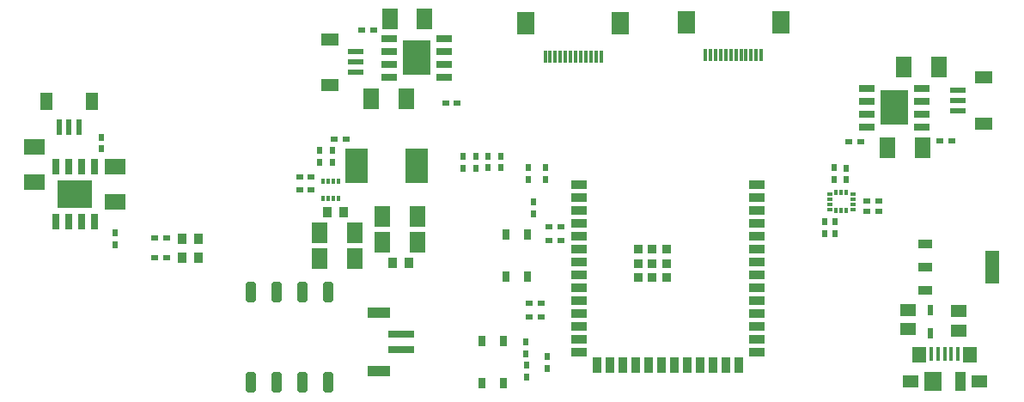
<source format=gbr>
%TF.GenerationSoftware,Altium Limited,Altium Designer,21.7.2 (23)*%
G04 Layer_Color=8421504*
%FSLAX25Y25*%
%MOIN*%
%TF.SameCoordinates,95A22525-32A0-4EEE-A0C0-36F8BD1EB9D1*%
%TF.FilePolarity,Positive*%
%TF.FileFunction,Paste,Top*%
%TF.Part,Single*%
G01*
G75*
%TA.AperFunction,SMDPad,CuDef*%
%ADD10R,0.02362X0.02500*%
%ADD11R,0.02500X0.02362*%
%ADD12R,0.03800X0.03937*%
%ADD13R,0.09055X0.13780*%
%ADD14R,0.02559X0.04134*%
%ADD15R,0.05906X0.04500*%
%ADD16R,0.01968X0.04232*%
%TA.AperFunction,ConnectorPad*%
%ADD17R,0.01772X0.05433*%
%ADD18R,0.05610X0.06102*%
%ADD19R,0.06496X0.05118*%
%ADD20R,0.07087X0.07480*%
%ADD21R,0.03937X0.07480*%
%TA.AperFunction,SMDPad,CuDef*%
%ADD22R,0.01181X0.02362*%
%ADD23R,0.02362X0.01181*%
%ADD24R,0.06299X0.02362*%
%ADD25R,0.07087X0.04724*%
%ADD26R,0.06000X0.07874*%
%ADD27R,0.10669X0.13386*%
%ADD28R,0.06004X0.02559*%
%ADD29R,0.13386X0.10669*%
%ADD30R,0.02559X0.06004*%
%ADD31R,0.07874X0.06000*%
%ADD32R,0.01181X0.01870*%
%ADD33R,0.09055X0.04331*%
%ADD34R,0.09843X0.02756*%
G04:AMPARAMS|DCode=35|XSize=39.37mil|YSize=78.74mil|CornerRadius=9.84mil|HoleSize=0mil|Usage=FLASHONLY|Rotation=0.000|XOffset=0mil|YOffset=0mil|HoleType=Round|Shape=RoundedRectangle|*
%AMROUNDEDRECTD35*
21,1,0.03937,0.05906,0,0,0.0*
21,1,0.01968,0.07874,0,0,0.0*
1,1,0.01968,0.00984,-0.02953*
1,1,0.01968,-0.00984,-0.02953*
1,1,0.01968,-0.00984,0.02953*
1,1,0.01968,0.00984,0.02953*
%
%ADD35ROUNDEDRECTD35*%
%ADD36R,0.05906X0.03543*%
%ADD37R,0.03543X0.05906*%
%TA.AperFunction,BGAPad,CuDef*%
%ADD38R,0.03543X0.03543*%
%TA.AperFunction,ConnectorPad*%
%ADD39R,0.07087X0.08661*%
%ADD40R,0.01181X0.05118*%
%TA.AperFunction,SMDPad,CuDef*%
%ADD41R,0.05709X0.12795*%
%ADD42R,0.05709X0.03740*%
%ADD43R,0.04724X0.07087*%
%ADD44R,0.02362X0.06299*%
D10*
X101870Y65220D02*
D03*
Y69820D02*
D03*
X263976Y81962D02*
D03*
Y77362D02*
D03*
X261221Y27533D02*
D03*
Y22933D02*
D03*
X261319Y13842D02*
D03*
Y18442D02*
D03*
X268701Y95250D02*
D03*
Y90650D02*
D03*
X269291Y21788D02*
D03*
Y17188D02*
D03*
X381004Y74347D02*
D03*
Y69747D02*
D03*
X376969Y74347D02*
D03*
Y69747D02*
D03*
X380709Y90515D02*
D03*
Y95115D02*
D03*
X385433Y90417D02*
D03*
Y95016D02*
D03*
X96457Y102424D02*
D03*
Y107024D02*
D03*
X186221Y101906D02*
D03*
Y97306D02*
D03*
X181102D02*
D03*
Y101906D02*
D03*
X236811Y95079D02*
D03*
Y99679D02*
D03*
X241634Y95079D02*
D03*
Y99679D02*
D03*
X246457Y95141D02*
D03*
Y99741D02*
D03*
X251279Y95141D02*
D03*
Y99741D02*
D03*
X262205Y90712D02*
D03*
Y95312D02*
D03*
D11*
X386479Y105315D02*
D03*
X391079D02*
D03*
X234547Y120177D02*
D03*
X229947D02*
D03*
X270042Y72146D02*
D03*
X274642D02*
D03*
X274606Y66929D02*
D03*
X270006D02*
D03*
X393468Y82382D02*
D03*
X398068D02*
D03*
X393468Y78347D02*
D03*
X398068D02*
D03*
X421778Y105512D02*
D03*
X426378D02*
D03*
X201942Y148425D02*
D03*
X197343D02*
D03*
X186676Y106299D02*
D03*
X191276D02*
D03*
X173291Y91732D02*
D03*
X177891D02*
D03*
X173291Y86614D02*
D03*
X177891D02*
D03*
X121690Y60138D02*
D03*
X117090D02*
D03*
X121653Y67815D02*
D03*
X117053D02*
D03*
X262402Y37106D02*
D03*
X267002D02*
D03*
X266965Y42520D02*
D03*
X262365D02*
D03*
D12*
X134007Y60236D02*
D03*
X127607D02*
D03*
X134204Y67716D02*
D03*
X127804D02*
D03*
X215798Y58268D02*
D03*
X209398D02*
D03*
X184151Y77953D02*
D03*
X190551D02*
D03*
D13*
X218898Y96063D02*
D03*
X195276D02*
D03*
D14*
X244094Y11614D02*
D03*
Y27953D02*
D03*
X252559Y11614D02*
D03*
Y27953D02*
D03*
X253248Y52953D02*
D03*
Y69291D02*
D03*
X261713Y52953D02*
D03*
Y69291D02*
D03*
D15*
X429134Y32027D02*
D03*
Y39627D02*
D03*
X409449Y32421D02*
D03*
Y40020D02*
D03*
D16*
X418110Y30858D02*
D03*
Y40008D02*
D03*
D17*
X418504Y22795D02*
D03*
X421063D02*
D03*
X423622D02*
D03*
X426181D02*
D03*
X428740D02*
D03*
D18*
X413831Y22461D02*
D03*
X433413D02*
D03*
D19*
X410335Y12323D02*
D03*
X436909D02*
D03*
D20*
X419095D02*
D03*
D21*
X429724D02*
D03*
D22*
X381496Y85532D02*
D03*
X383465D02*
D03*
X385433D02*
D03*
Y78445D02*
D03*
X383465D02*
D03*
X381496D02*
D03*
D23*
X387992Y84941D02*
D03*
Y82972D02*
D03*
Y81004D02*
D03*
Y79035D02*
D03*
X378937D02*
D03*
Y81004D02*
D03*
Y82972D02*
D03*
Y84941D02*
D03*
D24*
X428740Y117323D02*
D03*
Y125197D02*
D03*
Y121260D02*
D03*
X194980Y140157D02*
D03*
Y132283D02*
D03*
Y136221D02*
D03*
D25*
X438583Y112402D02*
D03*
Y130118D02*
D03*
X185138Y145079D02*
D03*
Y127362D02*
D03*
D26*
X407767Y134252D02*
D03*
X421367D02*
D03*
X415068Y102756D02*
D03*
X401468D02*
D03*
X208259Y152756D02*
D03*
X221859D02*
D03*
X214772Y122047D02*
D03*
X201172D02*
D03*
X180995Y59842D02*
D03*
X194595D02*
D03*
X180995Y70079D02*
D03*
X194595D02*
D03*
X219005Y76378D02*
D03*
X205405D02*
D03*
X219005Y66142D02*
D03*
X205405D02*
D03*
D27*
X403937Y118504D02*
D03*
X218602Y137795D02*
D03*
D28*
X414614Y126004D02*
D03*
Y121004D02*
D03*
Y116004D02*
D03*
Y111004D02*
D03*
X393260D02*
D03*
Y116004D02*
D03*
Y121004D02*
D03*
Y126004D02*
D03*
X207925Y130295D02*
D03*
Y135295D02*
D03*
Y140295D02*
D03*
Y145295D02*
D03*
X229279D02*
D03*
Y140295D02*
D03*
Y135295D02*
D03*
Y130295D02*
D03*
D29*
X86221Y85039D02*
D03*
D30*
X78720Y95717D02*
D03*
X83720D02*
D03*
X88721D02*
D03*
X93721D02*
D03*
Y74362D02*
D03*
X88721D02*
D03*
X83720D02*
D03*
X78720D02*
D03*
D31*
X70472Y89657D02*
D03*
Y103257D02*
D03*
X101575Y95669D02*
D03*
Y82069D02*
D03*
D32*
X182480Y89913D02*
D03*
X184449D02*
D03*
X186417D02*
D03*
X188386D02*
D03*
Y83315D02*
D03*
X186417D02*
D03*
X184449D02*
D03*
X182480D02*
D03*
D33*
X203937Y38976D02*
D03*
Y16142D02*
D03*
D34*
X212598Y24606D02*
D03*
Y30512D02*
D03*
D35*
X154291Y47028D02*
D03*
X164291D02*
D03*
X174291D02*
D03*
X184291D02*
D03*
Y12028D02*
D03*
X174291D02*
D03*
X164291D02*
D03*
X154291D02*
D03*
D36*
X281693Y88425D02*
D03*
Y83425D02*
D03*
Y78425D02*
D03*
Y73425D02*
D03*
Y68425D02*
D03*
Y63425D02*
D03*
Y58425D02*
D03*
Y53425D02*
D03*
Y48425D02*
D03*
Y43425D02*
D03*
Y38425D02*
D03*
Y33425D02*
D03*
Y28425D02*
D03*
Y23425D02*
D03*
X350590D02*
D03*
Y28425D02*
D03*
Y33425D02*
D03*
Y38425D02*
D03*
Y43425D02*
D03*
Y48425D02*
D03*
Y53425D02*
D03*
Y58425D02*
D03*
Y63425D02*
D03*
Y68425D02*
D03*
Y73425D02*
D03*
Y78425D02*
D03*
Y83425D02*
D03*
Y88425D02*
D03*
D37*
X288642Y18504D02*
D03*
X293642D02*
D03*
X298642D02*
D03*
X303642D02*
D03*
X308642D02*
D03*
X313642D02*
D03*
X318642D02*
D03*
X323642D02*
D03*
X328642D02*
D03*
X333642D02*
D03*
X338642D02*
D03*
X343642D02*
D03*
D38*
X310236Y58031D02*
D03*
X304724Y63543D02*
D03*
Y58031D02*
D03*
Y52520D02*
D03*
X310236D02*
D03*
X315748D02*
D03*
Y58031D02*
D03*
Y63543D02*
D03*
X310236D02*
D03*
D39*
X261122Y151181D02*
D03*
X297736D02*
D03*
X323327Y151575D02*
D03*
X359941D02*
D03*
D40*
X268602Y138386D02*
D03*
X270571D02*
D03*
X272539D02*
D03*
X274508D02*
D03*
X276476D02*
D03*
X278445D02*
D03*
X280413D02*
D03*
X282382D02*
D03*
X284350D02*
D03*
X286319D02*
D03*
X288287D02*
D03*
X290256D02*
D03*
X330807Y138779D02*
D03*
X332776D02*
D03*
X334744D02*
D03*
X336713D02*
D03*
X338681D02*
D03*
X340650D02*
D03*
X342618D02*
D03*
X344587D02*
D03*
X346555D02*
D03*
X348524D02*
D03*
X350492D02*
D03*
X352461D02*
D03*
D41*
X442126Y56693D02*
D03*
D42*
X416142Y47677D02*
D03*
Y56693D02*
D03*
Y65709D02*
D03*
D43*
X75000Y120866D02*
D03*
X92716D02*
D03*
D44*
X83858Y111024D02*
D03*
X79921D02*
D03*
X87795D02*
D03*
%TF.MD5,a3793a90acbdbbcb4ce7a086948c1109*%
M02*

</source>
